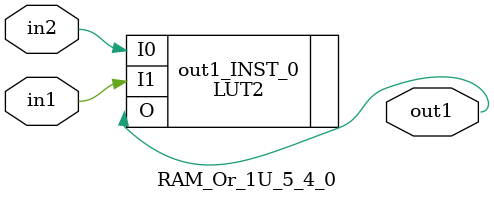
<source format=v>
`timescale 1 ps / 1 ps

(* STRUCTURAL_NETLIST = "yes" *)
module RAM_Or_1U_5_4_0
   (in2,
    in1,
    out1);
  input in2;
  input in1;
  output out1;

  wire in1;
  wire in2;
  wire out1;

LUT2 #(
    .INIT(4'hE)) 
     out1_INST_0
       (.I0(in2),
        .I1(in1),
        .O(out1));
endmodule


</source>
